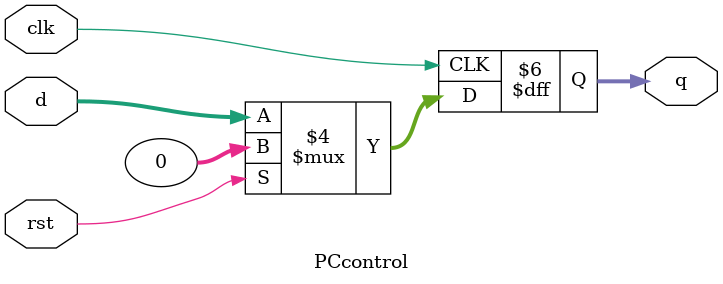
<source format=v>
`timescale 1ns / 1ps
module PCcontrol (clk, rst, q,d);

parameter n=32;

input clk,rst;
input [n-1:0] d;
output reg [n-1:0] q;

always @ (posedge clk)

    if(!rst) q<=d;
    else q<=0;
    
endmodule

</source>
